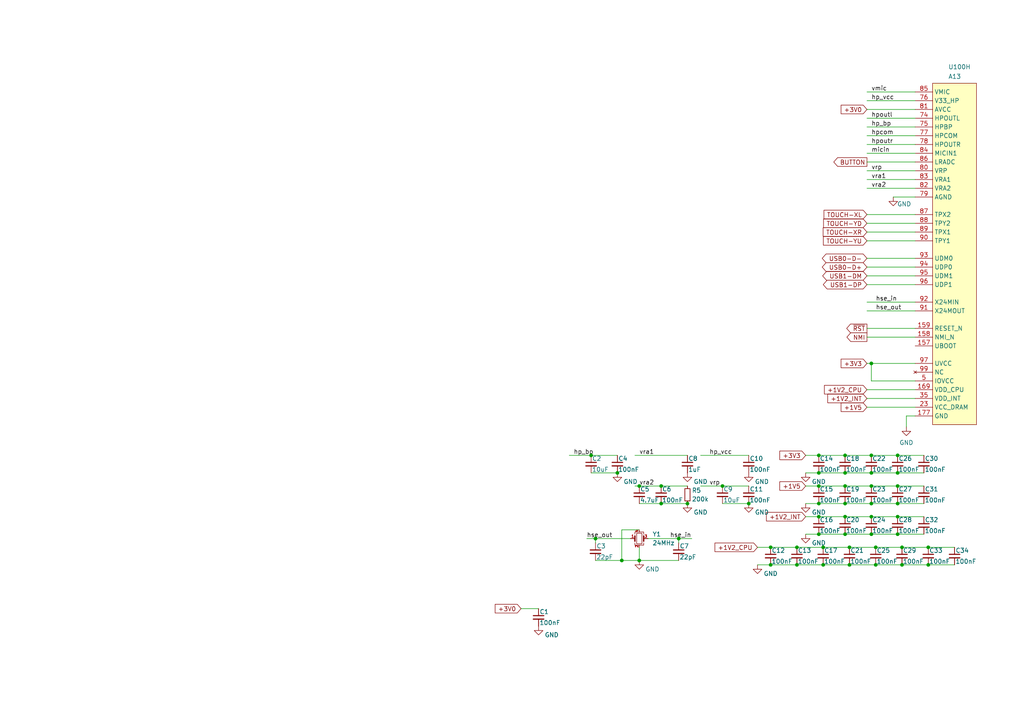
<source format=kicad_sch>
(kicad_sch (version 20220103) (generator eeschema)
  (paper "A4")
  (lib_symbols
    (symbol "Device:C_Small" (pin_numbers hide) (pin_names (offset 0.254) hide)
      (property "Reference" "C" (at 0.254 1.778 0))
      (property "Value" "C_Small" (at 0.254 -2.032 0))
      (symbol "C_Small_0_1"
        (polyline (pts (xy -1.524 -0.508) (xy 1.524 -0.508)) (stroke (width 0.3302)))
        (polyline (pts (xy -1.524 0.508) (xy 1.524 0.508)) (stroke (width 0.3048)))
      )
      (symbol "C_Small_1_1"
        (pin passive line (at 0 2.54 270) (length 2.032) (name "~") (number "1"))
        (pin passive line (at 0 -2.54 90) (length 2.032) (name "~") (number "2"))
      )
    )
    (symbol "Device:Crystal_GND24_Small" (pin_names (offset 1.016) hide)
      (property "Reference" "Y" (at 1.27 4.445 0))
      (property "Value" "Crystal_GND24_Small" (at 1.27 2.54 0))
      (symbol "Crystal_GND24_Small_0_1"
        (rectangle (start -0.762 -1.524) (end 0.762 1.524))
        (polyline (pts (xy -1.27 -0.762) (xy -1.27 0.762)) (stroke (width 0.381)))
        (polyline (pts (xy 1.27 -0.762) (xy 1.27 0.762)) (stroke (width 0.381)))
        (polyline (pts (xy -1.27 -1.27) (xy -1.27 -1.905) (xy 1.27 -1.905) (xy 1.27 -1.27)))
        (polyline (pts (xy -1.27 1.27) (xy -1.27 1.905) (xy 1.27 1.905) (xy 1.27 1.27)))
      )
      (symbol "Crystal_GND24_Small_1_1"
        (pin passive line (at -2.54 0 0) (length 1.27) (name "1") (number "1"))
        (pin passive line (at 0 -2.54 90) (length 0.635) (name "2") (number "2"))
        (pin passive line (at 2.54 0 180) (length 1.27) (name "3") (number "3"))
        (pin passive line (at 0 2.54 270) (length 0.635) (name "4") (number "4"))
      )
    )
    (symbol "Device:R_Small" (pin_numbers hide) (pin_names (offset 0.254) hide)
      (property "Reference" "R" (at 0.762 0.508 0))
      (property "Value" "R_Small" (at 0.762 -1.016 0))
      (symbol "R_Small_0_1"
        (rectangle (start -0.762 1.778) (end 0.762 -1.778) (stroke (width 0.2032)))
      )
      (symbol "R_Small_1_1"
        (pin passive line (at 0 2.54 270) (length 0.762) (name "~") (number "1"))
        (pin passive line (at 0 -2.54 90) (length 0.762) (name "~") (number "2"))
      )
    )
    (symbol "allwinner:A13_1"
      (property "Reference" "U1" (at -3.0987 4.7185 0))
      (property "Value" "A13" (at -3.0987 1.9434 0))
      (symbol "A13_1_1_0"
        (pin passive line (at -13.97 -12.7 0) (length 5.08) (name "SDQ4") (number "19"))
        (pin passive line (at -13.97 -17.78 0) (length 5.08) (name "SDQ6") (number "20"))
        (pin passive line (at -13.97 -7.62 0) (length 5.08) (name "SDQ2") (number "21"))
        (pin passive line (at -13.97 -2.54 0) (length 5.08) (name "SDQ0") (number "22"))
        (pin passive line (at -13.97 -30.48 0) (length 5.08) (name "SDQ11") (number "24"))
        (pin passive line (at -13.97 -25.4 0) (length 5.08) (name "SDQ9") (number "25"))
        (pin passive line (at -13.97 -35.56 0) (length 5.08) (name "SDQ13") (number "26"))
        (pin passive line (at -13.97 -40.64 0) (length 5.08) (name "SDQ15") (number "27"))
        (pin passive line (at -13.97 -33.02 0) (length 5.08) (name "SDQ12") (number "36"))
        (pin passive line (at -13.97 -22.86 0) (length 5.08) (name "SDQ8") (number "37"))
        (pin passive line (at -13.97 -38.1 0) (length 5.08) (name "SDQ14") (number "38"))
        (pin passive line (at -13.97 -27.94 0) (length 5.08) (name "SDQ10") (number "39"))
        (pin passive line (at -13.97 -5.08 0) (length 5.08) (name "SDQ1") (number "40"))
        (pin passive line (at -13.97 -10.16 0) (length 5.08) (name "SDQ3") (number "41"))
        (pin passive line (at -13.97 -20.32 0) (length 5.08) (name "SDQ7") (number "42"))
        (pin passive line (at -13.97 -15.24 0) (length 5.08) (name "SDQ5") (number "44"))
        (pin passive line (at 12.7 -27.94 180) (length 5.08) (name "SA10") (number "48"))
        (pin passive line (at 12.7 -45.72 180) (length 5.08) (name "BA1") (number "49"))
        (pin passive line (at 12.7 -33.02 180) (length 5.08) (name "SA12") (number "50"))
        (pin passive line (at 12.7 -12.7 180) (length 5.08) (name "SA4") (number "51"))
        (pin passive line (at 12.7 -5.08 180) (length 5.08) (name "SA1") (number "52"))
        (pin passive line (at 12.7 -17.78 180) (length 5.08) (name "SA6") (number "54"))
        (pin passive line (at 12.7 -22.86 180) (length 5.08) (name "SA8") (number "55"))
        (pin passive line (at 12.7 -30.48 180) (length 5.08) (name "SA11") (number "56"))
        (pin passive line (at 12.7 -38.1 180) (length 5.08) (name "SA14") (number "57"))
        (pin passive line (at 12.7 -52.07 180) (length 5.08) (name "RAS") (number "58"))
        (pin passive line (at 12.7 -54.61 180) (length 5.08) (name "CAS") (number "59"))
        (pin passive line (at 12.7 -57.15 180) (length 5.08) (name "WE") (number "60"))
        (pin passive line (at 12.7 -48.26 180) (length 5.08) (name "BA2") (number "61"))
        (pin passive line (at 12.7 -43.18 180) (length 5.08) (name "BA0") (number "63"))
        (pin passive line (at 12.7 -2.54 180) (length 5.08) (name "SA0") (number "64"))
        (pin passive line (at 12.7 -10.16 180) (length 5.08) (name "SA3") (number "65"))
        (pin passive line (at 12.7 -7.62 180) (length 5.08) (name "SA2") (number "66"))
        (pin passive line (at 12.7 -15.24 180) (length 5.08) (name "SA5") (number "67"))
        (pin passive line (at 12.7 -35.56 180) (length 5.08) (name "SA13") (number "68"))
        (pin passive line (at 12.7 -25.4 180) (length 5.08) (name "SA9") (number "69"))
        (pin passive line (at 12.7 -59.69 180) (length 5.08) (name "RST") (number "70"))
        (pin passive line (at 12.7 -20.32 180) (length 5.08) (name "SA7") (number "71"))
        (pin passive line (at 12.7 -62.23 180) (length 5.08) (name "ODT") (number "72"))
      )
      (symbol "A13_1_1_1"
        (rectangle (start -8.89 0) (end 7.62 -81.28) (stroke (width 0.1524)) (fill (type background)))
        (pin passive line (at -13.97 -76.2 0) (length 5.08) (name "DZQ") (number "17"))
        (pin passive line (at -13.97 -78.74 0) (length 5.08) (name "SVREF") (number "18"))
        (pin passive line (at -13.97 -58.42 0) (length 5.08) (name "DM1") (number "28"))
        (pin passive line (at -13.97 -55.88 0) (length 5.08) (name "DM0") (number "29"))
        (pin passive line (at -13.97 -63.5 0) (length 5.08) (name "DQS0+") (number "31"))
        (pin passive line (at -13.97 -66.04 0) (length 5.08) (name "DQS0-") (number "32"))
        (pin passive line (at -13.97 -68.58 0) (length 5.08) (name "DQS1+") (number "33"))
        (pin passive line (at -13.97 -71.12 0) (length 5.08) (name "DQS1-") (number "34"))
        (pin passive line (at -13.97 -45.72 0) (length 5.08) (name "CK+") (number "45"))
        (pin passive line (at -13.97 -48.26 0) (length 5.08) (name "CK-") (number "46"))
        (pin passive line (at -13.97 -50.8 0) (length 5.08) (name "CKE") (number "47"))
      )
      (symbol "A13_1_2_0"
        (pin passive line (at -8.89 -13.97 0) (length 5.08) (name "PB10") (number "10"))
        (pin passive line (at -8.89 -1.27 0) (length 5.08) (name "PB0") (number "101"))
        (pin passive line (at -8.89 -3.81 0) (length 5.08) (name "PB1") (number "102"))
        (pin passive line (at -8.89 -6.35 0) (length 5.08) (name "PB2") (number "103"))
        (pin passive line (at -8.89 -11.43 0) (length 5.08) (name "PB4") (number "104"))
        (pin passive line (at -8.89 -16.51 0) (length 5.08) (name "PB15") (number "105"))
        (pin passive line (at -8.89 -19.05 0) (length 5.08) (name "PB16") (number "106"))
        (pin passive line (at -8.89 -8.89 0) (length 5.08) (name "PB3") (number "150"))
        (pin passive line (at -8.89 -24.13 0) (length 5.08) (name "PB18") (number "160"))
        (pin passive line (at -8.89 -21.59 0) (length 5.08) (name "PB17") (number "161"))
      )
      (symbol "A13_1_2_1"
        (rectangle (start -3.81 1.27) (end 2.54 -26.67) (stroke (width 0.1524)) (fill (type background)))
      )
      (symbol "A13_1_3_0"
        (pin passive line (at -8.89 -13.97 0) (length 5.08) (name "PC5") (number "1"))
        (pin passive line (at -8.89 -41.91 0) (length 5.08) (name "PC19") (number "162"))
        (pin passive line (at -8.89 -39.37 0) (length 5.08) (name "PC15") (number "165"))
        (pin passive line (at -8.89 -36.83 0) (length 5.08) (name "PC14") (number "166"))
        (pin passive line (at -8.89 -34.29 0) (length 5.08) (name "PC13") (number "167"))
        (pin passive line (at -8.89 -31.75 0) (length 5.08) (name "PC12") (number "168"))
        (pin passive line (at -8.89 -29.21 0) (length 5.08) (name "PC11") (number "170"))
        (pin passive line (at -8.89 -26.67 0) (length 5.08) (name "PC10") (number "171"))
        (pin passive line (at -8.89 -24.13 0) (length 5.08) (name "PC9") (number "172"))
        (pin passive line (at -8.89 -21.59 0) (length 5.08) (name "PC8") (number "174"))
        (pin passive line (at -8.89 -19.05 0) (length 5.08) (name "PC7") (number "175"))
        (pin passive line (at -8.89 -16.51 0) (length 5.08) (name "PC6") (number "176"))
        (pin passive line (at -8.89 -11.43 0) (length 5.08) (name "PC4") (number "2"))
        (pin passive line (at -8.89 -8.89 0) (length 5.08) (name "PC3") (number "3"))
        (pin passive line (at -8.89 -6.35 0) (length 5.08) (name "PC2") (number "6"))
        (pin passive line (at -8.89 -3.81 0) (length 5.08) (name "PC1") (number "7"))
        (pin passive line (at -8.89 -1.27 0) (length 5.08) (name "PC0") (number "8"))
      )
      (symbol "A13_1_3_1"
        (rectangle (start -3.81 1.27) (end 3.81 -44.45) (stroke (width 0.1524)) (fill (type background)))
      )
      (symbol "A13_1_4_0"
        (pin passive line (at -8.89 -71.12 0) (length 5.08) (name "PD27") (number "126"))
        (pin passive line (at -8.89 -68.58 0) (length 5.08) (name "PD26") (number "127"))
        (pin passive line (at -8.89 -66.04 0) (length 5.08) (name "PD25") (number "128"))
        (pin passive line (at -8.89 -63.5 0) (length 5.08) (name "PD24") (number "129"))
        (pin passive line (at -8.89 -60.96 0) (length 5.08) (name "PD23") (number "130"))
        (pin passive line (at -8.89 -58.42 0) (length 5.08) (name "PD22") (number "131"))
        (pin passive line (at -8.89 -55.88 0) (length 5.08) (name "PD21") (number "132"))
        (pin passive line (at -8.89 -53.34 0) (length 5.08) (name "PD20") (number "133"))
        (pin passive line (at -8.89 -50.8 0) (length 5.08) (name "PD19") (number "134"))
        (pin passive line (at -8.89 -48.26 0) (length 5.08) (name "PD18") (number "135"))
        (pin passive line (at -8.89 -40.64 0) (length 5.08) (name "PD15") (number "136"))
        (pin passive line (at -8.89 -38.1 0) (length 5.08) (name "PD14") (number "137"))
        (pin passive line (at -8.89 -35.56 0) (length 5.08) (name "PD13") (number "138"))
        (pin passive line (at -8.89 -33.02 0) (length 5.08) (name "PD12") (number "139"))
        (pin passive line (at -8.89 -30.48 0) (length 5.08) (name "PD11") (number "140"))
        (pin passive line (at -8.89 -27.94 0) (length 5.08) (name "PD10") (number "141"))
        (pin passive line (at -8.89 -20.32 0) (length 5.08) (name "PD7") (number "143"))
        (pin passive line (at -8.89 -17.78 0) (length 5.08) (name "PD6") (number "144"))
        (pin passive line (at -8.89 -15.24 0) (length 5.08) (name "PD5") (number "145"))
        (pin passive line (at -8.89 -12.7 0) (length 5.08) (name "PD4") (number "146"))
        (pin passive line (at -8.89 -10.16 0) (length 5.08) (name "PD3") (number "147"))
        (pin passive line (at -8.89 -7.62 0) (length 5.08) (name "PD2") (number "148"))
      )
      (symbol "A13_1_4_1"
        (rectangle (start -3.81 0) (end 3.81 -73.66) (stroke (width 0.1524)) (fill (type background)))
      )
      (symbol "A13_1_5_0"
        (pin passive line (at -8.89 -2.54 0) (length 5.08) (name "PE0") (number "114"))
        (pin passive line (at -8.89 -5.08 0) (length 5.08) (name "PE1") (number "115"))
        (pin passive line (at -8.89 -7.62 0) (length 5.08) (name "PE2") (number "116"))
        (pin passive line (at -8.89 -10.16 0) (length 5.08) (name "PE3") (number "117"))
        (pin passive line (at -8.89 -12.7 0) (length 5.08) (name "PE4") (number "118"))
        (pin passive line (at -8.89 -15.24 0) (length 5.08) (name "PE5") (number "119"))
        (pin passive line (at -8.89 -17.78 0) (length 5.08) (name "PE6") (number "120"))
        (pin passive line (at -8.89 -20.32 0) (length 5.08) (name "PE7") (number "121"))
        (pin passive line (at -8.89 -22.86 0) (length 5.08) (name "PE8") (number "122"))
        (pin passive line (at -8.89 -25.4 0) (length 5.08) (name "PE9") (number "123"))
        (pin passive line (at -8.89 -27.94 0) (length 5.08) (name "PE10") (number "124"))
        (pin passive line (at -8.89 -30.48 0) (length 5.08) (name "PE11") (number "125"))
      )
      (symbol "A13_1_5_1"
        (rectangle (start -3.81 0) (end 3.81 -33.02) (stroke (width 0.1524)) (fill (type background)))
      )
      (symbol "A13_1_6_0"
        (pin passive line (at -7.62 -2.54 0) (length 5.08) (name "PF0") (number "107"))
        (pin passive line (at -7.62 -5.08 0) (length 5.08) (name "PF1") (number "108"))
        (pin passive line (at -7.62 -7.62 0) (length 5.08) (name "PF2") (number "110"))
        (pin passive line (at -7.62 -10.16 0) (length 5.08) (name "PF3") (number "111"))
        (pin passive line (at -7.62 -12.7 0) (length 5.08) (name "PF4") (number "112"))
        (pin passive line (at -7.62 -15.24 0) (length 5.08) (name "PF5") (number "113"))
      )
      (symbol "A13_1_6_1"
        (rectangle (start -2.54 0) (end 3.81 -17.78) (stroke (width 0.1524)) (fill (type background)))
      )
      (symbol "A13_1_7_0"
        (pin passive line (at -8.89 -25.4 0) (length 5.08) (name "PG9") (number "12"))
        (pin passive line (at -8.89 -27.94 0) (length 5.08) (name "PG10") (number "13"))
        (pin passive line (at -8.89 -30.48 0) (length 5.08) (name "PG11") (number "14"))
        (pin passive line (at -8.89 -12.7 0) (length 5.08) (name "PG4") (number "151"))
        (pin passive line (at -8.89 -10.16 0) (length 5.08) (name "PG3") (number "152"))
        (pin passive line (at -8.89 -7.62 0) (length 5.08) (name "PG2") (number "153"))
        (pin passive line (at -8.89 -5.08 0) (length 5.08) (name "PG1") (number "154"))
        (pin passive line (at -8.89 -2.54 0) (length 5.08) (name "PG0") (number "155"))
      )
      (symbol "A13_1_7_1"
        (rectangle (start -3.81 0) (end 3.81 -35.56) (stroke (width 0.1524)) (fill (type background)))
        (pin passive line (at -8.89 -33.02 0) (length 5.08) (name "PG12") (number "15"))
      )
      (symbol "A13_1_8_0"
        (pin passive line (at -12.7 -96.52 0) (length 5.08) (name "GND") (number "177"))
        (pin passive line (at -12.7 -10.16 0) (length 5.08) (name "HPOUTL") (number "74"))
        (pin passive line (at -12.7 -12.7 0) (length 5.08) (name "HPBP") (number "75"))
        (pin passive line (at -12.7 -15.24 0) (length 5.08) (name "HPCOM") (number "77"))
        (pin passive line (at -12.7 -17.78 0) (length 5.08) (name "HPOUTR") (number "78"))
        (pin passive line (at -12.7 -20.32 0) (length 5.08) (name "MICIN1") (number "84"))
        (pin passive line (at -12.7 -22.86 0) (length 5.08) (name "LRADC") (number "86"))
        (pin passive line (at -12.7 -38.1 0) (length 5.08) (name "TPX2") (number "87"))
        (pin passive line (at -12.7 -40.64 0) (length 5.08) (name "TPY2") (number "88"))
        (pin passive line (at -12.7 -43.18 0) (length 5.08) (name "TPX1") (number "89"))
        (pin passive line (at -12.7 -45.72 0) (length 5.08) (name "TPY1") (number "90"))
        (pin passive line (at -12.7 -50.8 0) (length 5.08) (name "UDM0") (number "93"))
        (pin passive line (at -12.7 -53.34 0) (length 5.08) (name "UDP0") (number "94"))
        (pin passive line (at -12.7 -55.88 0) (length 5.08) (name "UDM1") (number "95"))
        (pin passive line (at -12.7 -58.42 0) (length 5.08) (name "UDP1") (number "96"))
        (pin no_connect line (at -12.7 -83.82 0) (length 5.08) (name "NC") (number "99"))
      )
      (symbol "A13_1_8_1"
        (rectangle (start -7.62 0) (end 5.08 -99.06) (stroke (width 0.1524)) (fill (type background)))
        (pin passive line (at -12.7 -86.36 0) (length 5.08) hide (name "IOVCC") (number "100"))
        (pin passive line (at -12.7 -91.44 0) (length 5.08) hide (name "VDD_INT") (number "109"))
        (pin passive line (at -12.7 -88.9 0) (length 5.08) hide (name "VDD_CPU") (number "11"))
        (pin passive line (at -12.7 -86.36 0) (length 5.08) hide (name "IOVCC") (number "142"))
        (pin passive line (at -12.7 -91.44 0) (length 5.08) hide (name "VDD_INT") (number "149"))
        (pin passive line (at -12.7 -88.9 0) (length 5.08) hide (name "VDD_CPU") (number "156"))
        (pin passive line (at -12.7 -76.2 0) (length 5.08) (name "UBOOT") (number "157"))
        (pin passive line (at -12.7 -73.66 0) (length 5.08) (name "NMI_N") (number "158"))
        (pin passive line (at -12.7 -71.12 0) (length 5.08) (name "RESET_N") (number "159"))
        (pin passive line (at -12.7 -88.9 0) (length 5.08) hide (name "VDD_CPU") (number "16"))
        (pin passive line (at -12.7 -86.36 0) (length 5.08) hide (name "IOVCC") (number "163"))
        (pin passive line (at -12.7 -88.9 0) (length 5.08) hide (name "VDD_CPU") (number "164"))
        (pin passive line (at -12.7 -88.9 0) (length 5.08) (name "VDD_CPU") (number "169"))
        (pin passive line (at -12.7 -88.9 0) (length 5.08) hide (name "VDD_CPU") (number "173"))
        (pin passive line (at -12.7 -93.98 0) (length 5.08) (name "VCC_DRAM") (number "23"))
        (pin passive line (at -12.7 -93.98 0) (length 5.08) hide (name "VCC_DRAM") (number "30"))
        (pin passive line (at -12.7 -91.44 0) (length 5.08) (name "VDD_INT") (number "35"))
        (pin passive line (at -12.7 -88.9 0) (length 5.08) hide (name "VDD_CPU") (number "4"))
        (pin passive line (at -12.7 -93.98 0) (length 5.08) hide (name "VCC_DRAM") (number "43"))
        (pin passive line (at -12.7 -86.36 0) (length 5.08) (name "IOVCC") (number "5"))
        (pin passive line (at -12.7 -93.98 0) (length 5.08) hide (name "VCC_DRAM") (number "53"))
        (pin passive line (at -12.7 -93.98 0) (length 5.08) hide (name "VCC_DRAM") (number "62"))
        (pin passive line (at -12.7 -91.44 0) (length 5.08) hide (name "VDD_INT") (number "73"))
        (pin passive line (at -12.7 -5.08 0) (length 5.08) (name "V33_HP") (number "76"))
        (pin passive line (at -12.7 -33.02 0) (length 5.08) (name "AGND") (number "79"))
        (pin passive line (at -12.7 -25.4 0) (length 5.08) (name "VRP") (number "80"))
        (pin passive line (at -12.7 -7.62 0) (length 5.08) (name "AVCC") (number "81"))
        (pin passive line (at -12.7 -30.48 0) (length 5.08) (name "VRA2") (number "82"))
        (pin passive line (at -12.7 -27.94 0) (length 5.08) (name "VRA1") (number "83"))
        (pin passive line (at -12.7 -2.54 0) (length 5.08) (name "VMIC") (number "85"))
        (pin passive line (at -12.7 -88.9 0) (length 5.08) hide (name "VDD_CPU") (number "9"))
        (pin passive line (at -12.7 -66.04 0) (length 5.08) (name "X24MOUT") (number "91"))
        (pin passive line (at -12.7 -63.5 0) (length 5.08) (name "X24MIN") (number "92"))
        (pin passive line (at -12.7 -81.28 0) (length 5.08) (name "UVCC") (number "97"))
        (pin passive line (at -12.7 -91.44 0) (length 5.08) hide (name "VDD_INT") (number "98"))
      )
    )
    (symbol "power:GND" (power) (pin_names (offset 0))
      (property "Value" "GND" (at 0 -3.81 0))
      (symbol "GND_0_1"
        (polyline (pts (xy 0 0) (xy 0 -1.27) (xy 1.27 -1.27) (xy 0 -2.54) (xy -1.27 -1.27) (xy 0 -1.27)))
      )
      (symbol "GND_1_1"
        (pin power_in line (at 0 0 270) (length 0) hide (name "GND") (number "1"))
      )
    )
  )
  (junction (at 237.49 132.08) (diameter 0.9144))
  (junction (at 252.73 154.94) (diameter 0.9144))
  (junction (at 260.35 140.97) (diameter 0.9144))
  (junction (at 245.11 149.86) (diameter 0.9144))
  (junction (at 254 158.75) (diameter 0.9144))
  (junction (at 237.49 146.05) (diameter 0.9144))
  (junction (at 252.73 146.05) (diameter 0.9144))
  (junction (at 252.73 140.97) (diameter 0.9144))
  (junction (at 245.11 154.94) (diameter 0.9144))
  (junction (at 237.49 137.16) (diameter 0.9144))
  (junction (at 223.52 158.75) (diameter 0.9144))
  (junction (at 260.35 146.05) (diameter 0.9144))
  (junction (at 245.11 146.05) (diameter 0.9144))
  (junction (at 245.11 132.08) (diameter 0.9144))
  (junction (at 254 163.83) (diameter 0.9144))
  (junction (at 185.42 162.56) (diameter 0.9144))
  (junction (at 172.72 156.21) (diameter 0.9144))
  (junction (at 231.14 158.75) (diameter 0.9144))
  (junction (at 260.35 137.16))
  (junction (at 245.11 140.97) (diameter 0.9144))
  (junction (at 238.76 163.83) (diameter 0.9144))
  (junction (at 196.85 156.21) (diameter 0.9144))
  (junction (at 179.07 137.16))
  (junction (at 261.62 158.75) (diameter 0.9144))
  (junction (at 180.34 162.56) (diameter 0.9144))
  (junction (at 237.49 149.86) (diameter 0.9144))
  (junction (at 237.49 154.94) (diameter 0.9144))
  (junction (at 246.38 158.75) (diameter 0.9144))
  (junction (at 185.42 140.97))
  (junction (at 191.77 140.97))
  (junction (at 191.77 146.05))
  (junction (at 246.38 163.83) (diameter 0.9144))
  (junction (at 260.35 149.86) (diameter 0.9144))
  (junction (at 269.24 163.83) (diameter 0.9144))
  (junction (at 209.55 140.97))
  (junction (at 237.49 140.97) (diameter 0.9144))
  (junction (at 199.39 146.05))
  (junction (at 252.73 149.86) (diameter 0.9144))
  (junction (at 252.73 132.08) (diameter 0.9144))
  (junction (at 238.76 158.75) (diameter 0.9144))
  (junction (at 245.11 137.16) (diameter 0.9144))
  (junction (at 252.73 105.41))
  (junction (at 171.45 132.08))
  (junction (at 223.52 163.83) (diameter 0.9144))
  (junction (at 260.35 154.94) (diameter 0.9144))
  (junction (at 252.73 137.16) (diameter 0.9144))
  (junction (at 261.62 163.83) (diameter 0.9144))
  (junction (at 217.17 146.05))
  (junction (at 260.35 132.08))
  (junction (at 269.24 158.75) (diameter 0.9144))
  (junction (at 231.14 163.83) (diameter 0.9144))
  (wire (pts (xy 185.42 158.75) (xy 185.42 162.56)))
  (wire (pts (xy 172.72 156.21) (xy 182.88 156.21)))
  (wire (pts (xy 203.2 140.97) (xy 209.55 140.97)))
  (wire (pts (xy 260.35 146.05) (xy 267.97 146.05)))
  (wire (pts (xy 245.11 137.16) (xy 252.73 137.16)))
  (wire (pts (xy 251.46 113.03) (xy 265.43 113.03)))
  (wire (pts (xy 251.46 118.11) (xy 265.43 118.11)))
  (wire (pts (xy 231.14 158.75) (xy 238.76 158.75)))
  (wire (pts (xy 219.71 163.83) (xy 223.52 163.83)))
  (wire (pts (xy 252.73 110.49) (xy 265.43 110.49)))
  (wire (pts (xy 165.1 132.08) (xy 171.45 132.08)))
  (wire (pts (xy 252.73 146.05) (xy 260.35 146.05)))
  (wire (pts (xy 251.46 87.63) (xy 265.43 87.63)))
  (wire (pts (xy 254 158.75) (xy 261.62 158.75)))
  (wire (pts (xy 180.34 162.56) (xy 185.42 162.56)))
  (wire (pts (xy 187.96 156.21) (xy 196.85 156.21)))
  (wire (pts (xy 180.34 153.67) (xy 180.34 162.56)))
  (wire (pts (xy 246.38 163.83) (xy 254 163.83)))
  (wire (pts (xy 237.49 132.08) (xy 245.11 132.08)))
  (wire (pts (xy 185.42 153.67) (xy 180.34 153.67)))
  (wire (pts (xy 185.42 146.05) (xy 191.77 146.05)))
  (wire (pts (xy 251.46 26.67) (xy 265.43 26.67)))
  (wire (pts (xy 252.73 132.08) (xy 260.35 132.08)))
  (wire (pts (xy 262.89 120.65) (xy 265.43 120.65)))
  (wire (pts (xy 251.46 62.23) (xy 265.43 62.23)))
  (wire (pts (xy 251.46 105.41) (xy 252.73 105.41)))
  (wire (pts (xy 260.35 140.97) (xy 267.97 140.97)))
  (wire (pts (xy 245.11 140.97) (xy 252.73 140.97)))
  (wire (pts (xy 260.35 137.16) (xy 267.97 137.16)))
  (wire (pts (xy 251.46 74.93) (xy 265.43 74.93)))
  (wire (pts (xy 246.38 158.75) (xy 254 158.75)))
  (wire (pts (xy 219.71 158.75) (xy 223.52 158.75)))
  (wire (pts (xy 223.52 163.83) (xy 231.14 163.83)))
  (wire (pts (xy 251.46 82.55) (xy 265.43 82.55)))
  (wire (pts (xy 184.15 140.97) (xy 185.42 140.97)))
  (wire (pts (xy 245.11 132.08) (xy 252.73 132.08)))
  (wire (pts (xy 245.11 154.94) (xy 252.73 154.94)))
  (wire (pts (xy 259.08 57.15) (xy 265.43 57.15)))
  (wire (pts (xy 261.62 163.83) (xy 269.24 163.83)))
  (wire (pts (xy 254 163.83) (xy 261.62 163.83)))
  (wire (pts (xy 251.46 64.77) (xy 265.43 64.77)))
  (wire (pts (xy 185.42 140.97) (xy 191.77 140.97)))
  (wire (pts (xy 251.46 34.29) (xy 265.43 34.29)))
  (wire (pts (xy 251.46 67.31) (xy 265.43 67.31)))
  (wire (pts (xy 251.46 39.37) (xy 265.43 39.37)))
  (wire (pts (xy 245.11 149.86) (xy 252.73 149.86)))
  (wire (pts (xy 209.55 146.05) (xy 217.17 146.05)))
  (wire (pts (xy 251.46 115.57) (xy 265.43 115.57)))
  (wire (pts (xy 252.73 149.86) (xy 260.35 149.86)))
  (wire (pts (xy 237.49 146.05) (xy 245.11 146.05)))
  (wire (pts (xy 238.76 163.83) (xy 246.38 163.83)))
  (wire (pts (xy 251.46 29.21) (xy 265.43 29.21)))
  (wire (pts (xy 251.46 36.83) (xy 265.43 36.83)))
  (wire (pts (xy 269.24 163.83) (xy 276.86 163.83)))
  (wire (pts (xy 233.68 137.16) (xy 237.49 137.16)))
  (wire (pts (xy 171.45 137.16) (xy 179.07 137.16)))
  (wire (pts (xy 233.68 132.08) (xy 237.49 132.08)))
  (wire (pts (xy 251.46 41.91) (xy 265.43 41.91)))
  (wire (pts (xy 237.49 137.16) (xy 245.11 137.16)))
  (wire (pts (xy 251.46 90.17) (xy 265.43 90.17)))
  (wire (pts (xy 251.46 69.85) (xy 265.43 69.85)))
  (wire (pts (xy 251.46 97.79) (xy 265.43 97.79)))
  (wire (pts (xy 261.62 158.75) (xy 269.24 158.75)))
  (wire (pts (xy 251.46 46.99) (xy 265.43 46.99)))
  (wire (pts (xy 237.49 149.86) (xy 245.11 149.86)))
  (wire (pts (xy 251.46 52.07) (xy 265.43 52.07)))
  (wire (pts (xy 196.85 156.21) (xy 200.66 156.21)))
  (wire (pts (xy 191.77 146.05) (xy 199.39 146.05)))
  (wire (pts (xy 260.35 149.86) (xy 267.97 149.86)))
  (wire (pts (xy 237.49 140.97) (xy 245.11 140.97)))
  (wire (pts (xy 251.46 95.25) (xy 265.43 95.25)))
  (wire (pts (xy 237.49 154.94) (xy 245.11 154.94)))
  (wire (pts (xy 269.24 158.75) (xy 276.86 158.75)))
  (wire (pts (xy 170.18 156.21) (xy 172.72 156.21)))
  (wire (pts (xy 251.46 54.61) (xy 265.43 54.61)))
  (wire (pts (xy 171.45 132.08) (xy 179.07 132.08)))
  (wire (pts (xy 251.46 80.01) (xy 265.43 80.01)))
  (wire (pts (xy 251.46 31.75) (xy 265.43 31.75)))
  (wire (pts (xy 191.77 140.97) (xy 199.39 140.97)))
  (wire (pts (xy 196.85 157.48) (xy 196.85 156.21)))
  (wire (pts (xy 252.73 105.41) (xy 252.73 110.49)))
  (wire (pts (xy 252.73 137.16) (xy 260.35 137.16)))
  (wire (pts (xy 172.72 156.21) (xy 172.72 157.48)))
  (wire (pts (xy 251.46 77.47) (xy 265.43 77.47)))
  (wire (pts (xy 252.73 140.97) (xy 260.35 140.97)))
  (wire (pts (xy 184.15 132.08) (xy 199.39 132.08)))
  (wire (pts (xy 260.35 154.94) (xy 267.97 154.94)))
  (wire (pts (xy 252.73 154.94) (xy 260.35 154.94)))
  (wire (pts (xy 185.42 162.56) (xy 196.85 162.56)))
  (wire (pts (xy 203.2 132.08) (xy 217.17 132.08)))
  (wire (pts (xy 233.68 154.94) (xy 237.49 154.94)))
  (wire (pts (xy 151.13 176.53) (xy 156.21 176.53)))
  (wire (pts (xy 245.11 146.05) (xy 252.73 146.05)))
  (wire (pts (xy 251.46 49.53) (xy 265.43 49.53)))
  (wire (pts (xy 252.73 105.41) (xy 265.43 105.41)))
  (wire (pts (xy 233.68 149.86) (xy 237.49 149.86)))
  (wire (pts (xy 260.35 132.08) (xy 267.97 132.08)))
  (wire (pts (xy 251.46 44.45) (xy 265.43 44.45)))
  (wire (pts (xy 262.89 120.65) (xy 262.89 123.825)))
  (wire (pts (xy 172.72 162.56) (xy 180.34 162.56)))
  (wire (pts (xy 233.68 140.97) (xy 237.49 140.97)))
  (wire (pts (xy 231.14 163.83) (xy 238.76 163.83)))
  (wire (pts (xy 209.55 140.97) (xy 217.17 140.97)))
  (wire (pts (xy 233.68 146.05) (xy 237.49 146.05)))
  (wire (pts (xy 238.76 158.75) (xy 246.38 158.75)))
  (wire (pts (xy 223.52 158.75) (xy 231.14 158.75)))
  (label "vra1" (at 252.73 52.07 0))
  (label "vrp" (at 252.73 49.53 0))
  (label "hp_vcc" (at 205.74 132.08 0))
  (label "hse_in" (at 194.31 156.21 0))
  (label "hse_in" (at 254 87.63 0))
  (label "hp_bp" (at 166.37 132.08 0))
  (label "hp_vcc" (at 252.73 29.21 0))
  (label "hse_out" (at 170.18 156.21 0))
  (label "hpoutr" (at 252.73 41.91 0))
  (label "hse_out" (at 254 90.17 0))
  (label "hpoutl" (at 252.73 34.29 0))
  (label "vra1" (at 185.42 132.08 0))
  (label "vra2" (at 185.42 140.97 0))
  (label "vra2" (at 252.73 54.61 0))
  (label "hp_bp" (at 252.73 36.83 0))
  (label "hpcom" (at 252.73 39.37 0))
  (label "vrp" (at 205.74 140.97 0))
  (label "vmic" (at 252.73 26.67 0))
  (label "micin" (at 252.73 44.45 0))
  (global_label "+3V3" (shape input) (at 233.68 132.08 180) (property "Intersheet References" "${INTERSHEET_REFS}" (effects hide)))
  (global_label "USB0-D-" (shape bidirectional) (at 251.46 74.93 180) (property "Intersheet References" "${INTERSHEET_REFS}" (effects hide)))
  (global_label "USB1-DM" (shape bidirectional) (at 251.46 80.01 180) (property "Intersheet References" "${INTERSHEET_REFS}" (effects hide)))
  (global_label "+3V0" (shape input) (at 151.13 176.53 180) (property "Intersheet References" "${INTERSHEET_REFS}" (effects hide)))
  (global_label "USB1-DP" (shape bidirectional) (at 251.46 82.55 180) (property "Intersheet References" "${INTERSHEET_REFS}" (effects hide)))
  (global_label "TOUCH-XL" (shape input) (at 251.46 62.23 180) (property "Intersheet References" "${INTERSHEET_REFS}" (effects hide)))
  (global_label "+1V2_CPU" (shape input) (at 251.46 113.03 180) (property "Intersheet References" "${INTERSHEET_REFS}" (effects hide)))
  (global_label "+1V5" (shape input) (at 251.46 118.11 180) (property "Intersheet References" "${INTERSHEET_REFS}" (effects hide)))
  (global_label "TOUCH-YD" (shape input) (at 251.46 64.77 180) (property "Intersheet References" "${INTERSHEET_REFS}" (effects hide)))
  (global_label "~{RST}" (shape output) (at 251.46 95.25 180) (property "Intersheet References" "${INTERSHEET_REFS}" (effects hide)))
  (global_label "+1V2_INT" (shape input) (at 233.68 149.86 180) (property "Intersheet References" "${INTERSHEET_REFS}" (effects hide)))
  (global_label "USB0-D+" (shape bidirectional) (at 251.46 77.47 180) (property "Intersheet References" "${INTERSHEET_REFS}" (effects hide)))
  (global_label "TOUCH-XR" (shape input) (at 251.46 67.31 180) (property "Intersheet References" "${INTERSHEET_REFS}" (effects hide)))
  (global_label "BUTTON" (shape output) (at 251.46 46.99 180) (property "Intersheet References" "${INTERSHEET_REFS}" (effects hide)))
  (global_label "+3V0" (shape input) (at 251.46 31.75 180) (property "Intersheet References" "${INTERSHEET_REFS}" (effects hide)))
  (global_label "+1V2_INT" (shape input) (at 251.46 115.57 180) (property "Intersheet References" "${INTERSHEET_REFS}" (effects hide)))
  (global_label "+3V3" (shape input) (at 251.46 105.41 180) (property "Intersheet References" "${INTERSHEET_REFS}" (effects hide)))
  (global_label "TOUCH-YU" (shape input) (at 251.46 69.85 180) (property "Intersheet References" "${INTERSHEET_REFS}" (effects hide)))
  (global_label "+1V2_CPU" (shape input) (at 219.71 158.75 180) (property "Intersheet References" "${INTERSHEET_REFS}" (effects hide)))
  (global_label "NMI" (shape output) (at 251.46 97.79 180) (property "Intersheet References" "${INTERSHEET_REFS}" (effects hide)))
  (global_label "+1V5" (shape input) (at 233.68 140.97 180) (property "Intersheet References" "${INTERSHEET_REFS}" (effects hide)))
  (symbol (lib_id "power:GND") (at 259.08 57.15 0) (unit 1)
    (property "Reference" "#PWR0117" (effects hide))
    (property "Value" "GND" (at 262.255 59.1726 0))
  )
  (symbol (lib_id "Device:C_Small") (at 246.38 161.29 0) (unit 1)
    (property "Reference" "C21" (at 246.6551 159.6634 0) (effects (justify left)))
    (property "Value" "100nF" (at 246.6066 162.8495 0) (effects (justify left)))
    (property "Footprint" "Capacitor_SMD:C_0402_1005Metric" (effects hide))
  )
  (symbol (lib_id "power:GND") (at 233.68 137.16 0) (unit 1)
    (property "Reference" "#PWR0113" (effects hide))
    (property "Value" "GND" (at 237.49 139.7 0))
  )
  (symbol (lib_id "Device:C_Small") (at 245.11 152.4 0) (unit 1)
    (property "Reference" "C20" (at 245.3851 150.7734 0) (effects (justify left)))
    (property "Value" "100nF" (at 245.3366 153.9595 0) (effects (justify left)))
    (property "Footprint" "Capacitor_SMD:C_0402_1005Metric" (effects hide))
  )
  (symbol (lib_id "Device:C_Small") (at 261.62 161.29 0) (unit 1)
    (property "Reference" "C29" (at 261.8951 159.6634 0) (effects (justify left)))
    (property "Value" "100nF" (at 261.8466 162.8495 0) (effects (justify left)))
    (property "Footprint" "Capacitor_SMD:C_0402_1005Metric" (effects hide))
  )
  (symbol (lib_id "Device:C_Small") (at 237.49 152.4 0) (unit 1)
    (property "Reference" "C16" (at 237.7651 150.7734 0) (effects (justify left)))
    (property "Value" "100nF" (at 237.7166 153.9595 0) (effects (justify left)))
    (property "Footprint" "Capacitor_SMD:C_0402_1005Metric" (effects hide))
  )
  (symbol (lib_id "Device:C_Small") (at 254 161.29 0) (unit 1)
    (property "Reference" "C25" (at 254.2751 159.6634 0) (effects (justify left)))
    (property "Value" "100nF" (at 254.2266 162.8495 0) (effects (justify left)))
    (property "Footprint" "Capacitor_SMD:C_0402_1005Metric" (effects hide))
  )
  (symbol (lib_id "power:GND") (at 233.68 154.94 0) (unit 1)
    (property "Reference" "#PWR0105" (effects hide))
    (property "Value" "GND" (at 237.49 157.48 0))
  )
  (symbol (lib_id "Device:C_Small") (at 252.73 143.51 0) (unit 1)
    (property "Reference" "C23" (at 253.0051 141.8834 0) (effects (justify left)))
    (property "Value" "100nF" (at 252.9566 145.0695 0) (effects (justify left)))
    (property "Footprint" "Capacitor_SMD:C_0402_1005Metric" (effects hide))
  )
  (symbol (lib_id "Device:C_Small") (at 231.14 161.29 0) (unit 1)
    (property "Reference" "C13" (at 231.4151 159.6634 0) (effects (justify left)))
    (property "Value" "100nF" (at 231.3666 162.8495 0) (effects (justify left)))
    (property "Footprint" "Capacitor_SMD:C_0402_1005Metric" (effects hide))
  )
  (symbol (lib_id "Device:C_Small") (at 196.85 160.02 0) (unit 1)
    (property "Reference" "C7" (at 197.1251 158.3934 0) (effects (justify left)))
    (property "Value" "22pF" (at 197.0766 161.5795 0) (effects (justify left)))
    (property "Footprint" "Capacitor_SMD:C_0402_1005Metric" (effects hide))
  )
  (symbol (lib_id "Device:C_Small") (at 252.73 134.62 0) (unit 1)
    (property "Reference" "C22" (at 253.0051 132.9934 0) (effects (justify left)))
    (property "Value" "100nF" (at 252.9566 136.1795 0) (effects (justify left)))
    (property "Footprint" "Capacitor_SMD:C_0402_1005Metric" (effects hide))
  )
  (symbol (lib_id "Device:C_Small") (at 223.52 161.29 0) (unit 1)
    (property "Reference" "C12" (at 223.7951 159.6634 0) (effects (justify left)))
    (property "Value" "100nF" (at 223.7466 162.8495 0) (effects (justify left)))
    (property "Footprint" "Capacitor_SMD:C_0402_1005Metric" (effects hide))
  )
  (symbol (lib_id "power:GND") (at 217.17 137.16 0) (unit 1)
    (property "Reference" "#PWR0110" (effects hide))
    (property "Value" "GND" (at 220.98 139.7 0))
  )
  (symbol (lib_id "Device:C_Small") (at 267.97 152.4 0) (unit 1)
    (property "Reference" "C32" (at 268.2451 150.7734 0) (effects (justify left)))
    (property "Value" "100nF" (at 268.1966 153.9595 0) (effects (justify left)))
    (property "Footprint" "Capacitor_SMD:C_0402_1005Metric" (effects hide))
  )
  (symbol (lib_id "Device:C_Small") (at 260.35 143.51 0) (unit 1)
    (property "Reference" "C27" (at 260.6251 141.8834 0) (effects (justify left)))
    (property "Value" "100nF" (at 260.5766 145.0695 0) (effects (justify left)))
    (property "Footprint" "Capacitor_SMD:C_0402_1005Metric" (effects hide))
  )
  (symbol (lib_id "Device:C_Small") (at 276.86 161.29 0) (unit 1)
    (property "Reference" "C34" (at 277.1351 159.6634 0) (effects (justify left)))
    (property "Value" "100nF" (at 277.0866 162.8495 0) (effects (justify left)))
    (property "Footprint" "Capacitor_SMD:C_0402_1005Metric" (effects hide))
  )
  (symbol (lib_id "Device:C_Small") (at 245.11 143.51 0) (unit 1)
    (property "Reference" "C19" (at 245.3851 141.8834 0) (effects (justify left)))
    (property "Value" "100nF" (at 245.3366 145.0695 0) (effects (justify left)))
    (property "Footprint" "Capacitor_SMD:C_0402_1005Metric" (effects hide))
  )
  (symbol (lib_id "Device:C_Small") (at 238.76 161.29 0) (unit 1)
    (property "Reference" "C17" (at 239.0351 159.6634 0) (effects (justify left)))
    (property "Value" "100nF" (at 238.9866 162.8495 0) (effects (justify left)))
    (property "Footprint" "Capacitor_SMD:C_0402_1005Metric" (effects hide))
  )
  (symbol (lib_id "power:GND") (at 156.21 181.61 0) (unit 1)
    (property "Reference" "#PWR0115" (effects hide))
    (property "Value" "GND" (at 160.02 184.15 0))
  )
  (symbol (lib_id "power:GND") (at 262.89 123.825 0) (unit 1)
    (property "Reference" "#PWR0116" (effects hide))
    (property "Value" "GND" (at 262.89 128.3876 0))
  )
  (symbol (lib_id "Device:C_Small") (at 267.97 134.62 0) (unit 1)
    (property "Reference" "C30" (at 268.2451 132.9934 0) (effects (justify left)))
    (property "Value" "100nF" (at 268.1966 136.1795 0) (effects (justify left)))
    (property "Footprint" "Capacitor_SMD:C_0402_1005Metric" (effects hide))
  )
  (symbol (lib_id "Device:C_Small") (at 217.17 143.51 0) (unit 1)
    (property "Reference" "C11" (at 217.4451 141.8834 0) (effects (justify left)))
    (property "Value" "100nF" (at 217.3966 145.0695 0) (effects (justify left)))
    (property "Footprint" "Capacitor_SMD:C_0402_1005Metric" (effects hide))
  )
  (symbol (lib_id "Device:C_Small") (at 260.35 134.62 0) (unit 1)
    (property "Reference" "C26" (at 260.6251 132.9934 0) (effects (justify left)))
    (property "Value" "100nF" (at 260.5766 136.1795 0) (effects (justify left)))
    (property "Footprint" "Capacitor_SMD:C_0402_1005Metric" (effects hide))
  )
  (symbol (lib_id "Device:C_Small") (at 156.21 179.07 0) (unit 1)
    (property "Reference" "C1" (at 156.4851 177.4434 0) (effects (justify left)))
    (property "Value" "100nF" (at 156.4366 180.6295 0) (effects (justify left)))
    (property "Footprint" "Capacitor_SMD:C_0402_1005Metric" (effects hide))
  )
  (symbol (lib_id "Device:C_Small") (at 260.35 152.4 0) (unit 1)
    (property "Reference" "C28" (at 260.6251 150.7734 0) (effects (justify left)))
    (property "Value" "100nF" (at 260.5766 153.9595 0) (effects (justify left)))
    (property "Footprint" "Capacitor_SMD:C_0402_1005Metric" (effects hide))
  )
  (symbol (lib_id "Device:C_Small") (at 237.49 134.62 0) (unit 1)
    (property "Reference" "C14" (at 237.7651 132.9934 0) (effects (justify left)))
    (property "Value" "100nF" (at 237.7166 136.1795 0) (effects (justify left)))
    (property "Footprint" "Capacitor_SMD:C_0402_1005Metric" (effects hide))
  )
  (symbol (lib_id "Device:C_Small") (at 245.11 134.62 0) (unit 1)
    (property "Reference" "C18" (at 245.3851 132.9934 0) (effects (justify left)))
    (property "Value" "100nF" (at 245.3366 136.1795 0) (effects (justify left)))
    (property "Footprint" "Capacitor_SMD:C_0402_1005Metric" (effects hide))
  )
  (symbol (lib_id "power:GND") (at 179.07 137.16 0) (unit 1)
    (property "Reference" "#PWR0107" (effects hide))
    (property "Value" "GND" (at 182.88 139.7 0))
  )
  (symbol (lib_id "power:GND") (at 217.17 146.05 0) (unit 1)
    (property "Reference" "#PWR0109" (effects hide))
    (property "Value" "GND" (at 220.98 148.59 0))
  )
  (symbol (lib_id "Device:Crystal_GND24_Small") (at 185.42 156.21 0) (unit 1)
    (property "Reference" "Y1" (at 189.23 154.9399 0) (effects (justify left)))
    (property "Value" "24MHz" (at 189.23 157.4799 0) (effects (justify left)))
    (property "Footprint" "Crystal:Crystal_SMD_3225-4Pin_3.2x2.5mm" (effects hide))
  )
  (symbol (lib_id "Device:R_Small") (at 199.39 143.51 0) (unit 1)
    (property "Reference" "R5" (at 200.66 142.2399 0) (effects (justify left)))
    (property "Value" "200k" (at 200.66 144.7799 0) (effects (justify left)))
    (property "Footprint" "Resistor_SMD:R_0402_1005Metric" (effects hide))
  )
  (symbol (lib_id "Device:C_Small") (at 172.72 160.02 0) (unit 1)
    (property "Reference" "C3" (at 172.9951 158.3934 0) (effects (justify left)))
    (property "Value" "22pF" (at 172.9466 161.5795 0) (effects (justify left)))
    (property "Footprint" "Capacitor_SMD:C_0402_1005Metric" (effects hide))
  )
  (symbol (lib_id "Device:C_Small") (at 267.97 143.51 0) (unit 1)
    (property "Reference" "C31" (at 268.2451 141.8834 0) (effects (justify left)))
    (property "Value" "100nF" (at 268.1966 145.0695 0) (effects (justify left)))
    (property "Footprint" "Capacitor_SMD:C_0402_1005Metric" (effects hide))
  )
  (symbol (lib_id "power:GND") (at 199.39 146.05 0) (unit 1)
    (property "Reference" "#PWR0111" (effects hide))
    (property "Value" "GND" (at 203.2 148.59 0))
  )
  (symbol (lib_id "Device:C_Small") (at 217.17 134.62 0) (unit 1)
    (property "Reference" "C10" (at 217.4451 132.9934 0) (effects (justify left)))
    (property "Value" "100nF" (at 217.3966 136.1795 0) (effects (justify left)))
    (property "Footprint" "Capacitor_SMD:C_0402_1005Metric" (effects hide))
  )
  (symbol (lib_id "Device:C_Small") (at 179.07 134.62 0) (unit 1)
    (property "Reference" "C4" (at 179.3451 132.9934 0) (effects (justify left)))
    (property "Value" "100nF" (at 179.2966 136.1795 0) (effects (justify left)))
    (property "Footprint" "Capacitor_SMD:C_0402_1005Metric" (effects hide))
  )
  (symbol (lib_id "Device:C_Small") (at 171.45 134.62 0) (unit 1)
    (property "Reference" "C2" (at 171.7251 132.9934 0) (effects (justify left)))
    (property "Value" "10uF" (at 171.6766 136.1795 0) (effects (justify left)))
    (property "Footprint" "Capacitor_SMD:C_0603_1608Metric" (effects hide))
  )
  (symbol (lib_id "Device:C_Small") (at 269.24 161.29 0) (unit 1)
    (property "Reference" "C33" (at 269.5151 159.6634 0) (effects (justify left)))
    (property "Value" "100nF" (at 269.4666 162.8495 0) (effects (justify left)))
    (property "Footprint" "Capacitor_SMD:C_0402_1005Metric" (effects hide))
  )
  (symbol (lib_id "power:GND") (at 233.68 146.05 0) (unit 1)
    (property "Reference" "#PWR0106" (effects hide))
    (property "Value" "GND" (at 237.49 148.59 0))
  )
  (symbol (lib_id "Device:C_Small") (at 209.55 143.51 0) (unit 1)
    (property "Reference" "C9" (at 209.8251 141.8834 0) (effects (justify left)))
    (property "Value" "10uF" (at 209.7766 145.0695 0) (effects (justify left)))
    (property "Footprint" "Capacitor_SMD:C_0603_1608Metric" (effects hide))
  )
  (symbol (lib_id "Device:C_Small") (at 199.39 134.62 0) (unit 1)
    (property "Reference" "C8" (at 199.6651 132.9934 0) (effects (justify left)))
    (property "Value" "1uF" (at 199.6166 136.1795 0) (effects (justify left)))
    (property "Footprint" "Capacitor_SMD:C_0402_1005Metric" (effects hide))
  )
  (symbol (lib_id "Device:C_Small") (at 185.42 143.51 0) (unit 1)
    (property "Reference" "C5" (at 185.6951 141.8834 0) (effects (justify left)))
    (property "Value" "4.7uF" (at 185.6466 145.0695 0) (effects (justify left)))
    (property "Footprint" "Capacitor_SMD:C_0603_1608Metric" (effects hide))
  )
  (symbol (lib_id "Device:C_Small") (at 252.73 152.4 0) (unit 1)
    (property "Reference" "C24" (at 253.0051 150.7734 0) (effects (justify left)))
    (property "Value" "100nF" (at 252.9566 153.9595 0) (effects (justify left)))
    (property "Footprint" "Capacitor_SMD:C_0402_1005Metric" (effects hide))
  )
  (symbol (lib_id "Device:C_Small") (at 191.77 143.51 0) (unit 1)
    (property "Reference" "C6" (at 192.0451 141.8834 0) (effects (justify left)))
    (property "Value" "100nF" (at 191.9966 145.0695 0) (effects (justify left)))
    (property "Footprint" "Capacitor_SMD:C_0402_1005Metric" (effects hide))
  )
  (symbol (lib_id "power:GND") (at 185.42 162.56 0) (unit 1)
    (property "Reference" "#PWR0114" (effects hide))
    (property "Value" "GND" (at 189.23 165.1 0))
  )
  (symbol (lib_id "power:GND") (at 219.71 163.83 0) (unit 1)
    (property "Reference" "#PWR0108" (effects hide))
    (property "Value" "GND" (at 223.52 166.37 0))
  )
  (symbol (lib_id "Device:C_Small") (at 237.49 143.51 0) (unit 1)
    (property "Reference" "C15" (at 237.7651 141.8834 0) (effects (justify left)))
    (property "Value" "100nF" (at 237.7166 145.0695 0) (effects (justify left)))
    (property "Footprint" "Capacitor_SMD:C_0402_1005Metric" (effects hide))
  )
  (symbol (lib_id "power:GND") (at 199.39 137.16 0) (unit 1)
    (property "Reference" "#PWR0112" (effects hide))
    (property "Value" "GND" (at 203.2 139.7 0))
  )
  (symbol (lib_name "allwinner:A13_1") (lib_id "allwinner:A13") (at 278.13 24.13 0) (unit 8)
    (property "Reference" "U100" (at 275.0313 19.4115 0) (effects (justify left)))
    (property "Value" "A13" (at 275.0313 22.1866 0) (effects (justify left)))
    (property "Footprint" "allwinner:LQFP-176_20x20mm_P0.4mm" (effects hide))
  )
)
</source>
